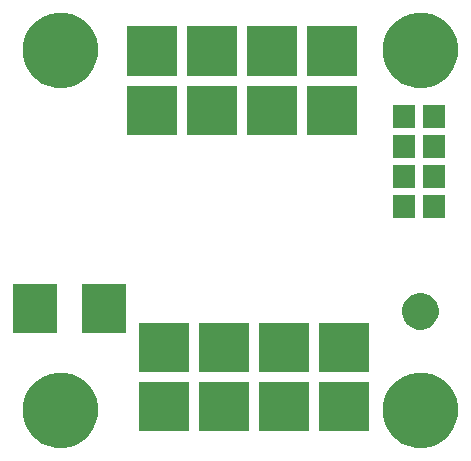
<source format=gbr>
G04 #@! TF.GenerationSoftware,KiCad,Pcbnew,(2017-02-05 revision 431abcf)-makepkg*
G04 #@! TF.CreationDate,2017-03-30T09:03:45+02:00*
G04 #@! TF.ProjectId,UNIPOWER06A,554E49504F5745523036412E6B696361,rev?*
G04 #@! TF.FileFunction,Soldermask,Top*
G04 #@! TF.FilePolarity,Negative*
%FSLAX46Y46*%
G04 Gerber Fmt 4.6, Leading zero omitted, Abs format (unit mm)*
G04 Created by KiCad (PCBNEW (2017-02-05 revision 431abcf)-makepkg) date 03/30/17 09:03:45*
%MOMM*%
%LPD*%
G01*
G04 APERTURE LIST*
%ADD10C,0.300000*%
G04 APERTURE END LIST*
D10*
G36*
X5416110Y8277872D02*
X6030848Y8151685D01*
X6609363Y7908500D01*
X7129631Y7557574D01*
X7571824Y7112283D01*
X7919105Y6589582D01*
X8158249Y6009378D01*
X8280004Y5394466D01*
X8280004Y5394449D01*
X8280137Y5393776D01*
X8270128Y4676993D01*
X8269977Y4676330D01*
X8269977Y4676306D01*
X8131099Y4065032D01*
X7875851Y3491739D01*
X7514107Y2978933D01*
X7059653Y2546162D01*
X6529787Y2209900D01*
X5944712Y1982964D01*
X5326688Y1873989D01*
X4699273Y1887132D01*
X4086359Y2021890D01*
X3511293Y2273129D01*
X2995980Y2631282D01*
X2560044Y3082706D01*
X2220093Y3610208D01*
X1989075Y4193693D01*
X1875790Y4810936D01*
X1884551Y5438424D01*
X2015027Y6052266D01*
X2262248Y6629075D01*
X2616795Y7146877D01*
X3065163Y7585952D01*
X3590276Y7929576D01*
X4172132Y8164661D01*
X4788571Y8282254D01*
X5416110Y8277872D01*
X5416110Y8277872D01*
G37*
G36*
X35896110Y8277872D02*
X36510848Y8151685D01*
X37089363Y7908500D01*
X37609631Y7557574D01*
X38051824Y7112283D01*
X38399105Y6589582D01*
X38638249Y6009378D01*
X38760004Y5394466D01*
X38760004Y5394449D01*
X38760137Y5393776D01*
X38750128Y4676993D01*
X38749977Y4676330D01*
X38749977Y4676306D01*
X38611099Y4065032D01*
X38355851Y3491739D01*
X37994107Y2978933D01*
X37539653Y2546162D01*
X37009787Y2209900D01*
X36424712Y1982964D01*
X35806688Y1873989D01*
X35179273Y1887132D01*
X34566359Y2021890D01*
X33991293Y2273129D01*
X33475980Y2631282D01*
X33040044Y3082706D01*
X32700093Y3610208D01*
X32469075Y4193693D01*
X32355790Y4810936D01*
X32364551Y5438424D01*
X32495027Y6052266D01*
X32742248Y6629075D01*
X33096795Y7146877D01*
X33545163Y7585952D01*
X34070276Y7929576D01*
X34652132Y8164661D01*
X35268571Y8282254D01*
X35896110Y8277872D01*
X35896110Y8277872D01*
G37*
G36*
X31188000Y3309000D02*
X26978000Y3309000D01*
X26978000Y7519000D01*
X31188000Y7519000D01*
X31188000Y3309000D01*
X31188000Y3309000D01*
G37*
G36*
X26108000Y3309000D02*
X21898000Y3309000D01*
X21898000Y7519000D01*
X26108000Y7519000D01*
X26108000Y3309000D01*
X26108000Y3309000D01*
G37*
G36*
X21028000Y3309000D02*
X16818000Y3309000D01*
X16818000Y7519000D01*
X21028000Y7519000D01*
X21028000Y3309000D01*
X21028000Y3309000D01*
G37*
G36*
X15948000Y3309000D02*
X11738000Y3309000D01*
X11738000Y7519000D01*
X15948000Y7519000D01*
X15948000Y3309000D01*
X15948000Y3309000D01*
G37*
G36*
X21028000Y8309000D02*
X16818000Y8309000D01*
X16818000Y12519000D01*
X21028000Y12519000D01*
X21028000Y8309000D01*
X21028000Y8309000D01*
G37*
G36*
X15948000Y8309000D02*
X11738000Y8309000D01*
X11738000Y12519000D01*
X15948000Y12519000D01*
X15948000Y8309000D01*
X15948000Y8309000D01*
G37*
G36*
X26108000Y8309000D02*
X21898000Y8309000D01*
X21898000Y12519000D01*
X26108000Y12519000D01*
X26108000Y8309000D01*
X26108000Y8309000D01*
G37*
G36*
X31188000Y8309000D02*
X26978000Y8309000D01*
X26978000Y12519000D01*
X31188000Y12519000D01*
X31188000Y8309000D01*
X31188000Y8309000D01*
G37*
G36*
X4797000Y11611000D02*
X1067000Y11611000D01*
X1067000Y15821000D01*
X4797000Y15821000D01*
X4797000Y11611000D01*
X4797000Y11611000D01*
G37*
G36*
X10617000Y11611000D02*
X6887000Y11611000D01*
X6887000Y15821000D01*
X10617000Y15821000D01*
X10617000Y11611000D01*
X10617000Y11611000D01*
G37*
G36*
X35722804Y15010971D02*
X36020569Y14949849D01*
X36300786Y14832057D01*
X36552793Y14662077D01*
X36766980Y14446389D01*
X36935193Y14193206D01*
X37051030Y13912165D01*
X37109934Y13614678D01*
X37109934Y13614658D01*
X37110067Y13613985D01*
X37105219Y13266793D01*
X37105067Y13266125D01*
X37105067Y13266107D01*
X37037878Y12970375D01*
X36914241Y12692680D01*
X36739025Y12444296D01*
X36518897Y12234671D01*
X36262240Y12071792D01*
X35978848Y11961871D01*
X35679489Y11909085D01*
X35375585Y11915452D01*
X35078704Y11980726D01*
X34800159Y12102418D01*
X34550550Y12275902D01*
X34339395Y12494559D01*
X34174731Y12750068D01*
X34062829Y13032697D01*
X34007958Y13331671D01*
X34012202Y13635611D01*
X34075402Y13932946D01*
X34195147Y14212332D01*
X34366884Y14463146D01*
X34584059Y14675820D01*
X34838417Y14842267D01*
X35120249Y14956135D01*
X35418839Y15013094D01*
X35722804Y15010971D01*
X35722804Y15010971D01*
G37*
G36*
X37665000Y21390000D02*
X35741000Y21390000D01*
X35741000Y23314000D01*
X37665000Y23314000D01*
X37665000Y21390000D01*
X37665000Y21390000D01*
G37*
G36*
X35125000Y21390000D02*
X33201000Y21390000D01*
X33201000Y23314000D01*
X35125000Y23314000D01*
X35125000Y21390000D01*
X35125000Y21390000D01*
G37*
G36*
X35125000Y23930000D02*
X33201000Y23930000D01*
X33201000Y25854000D01*
X35125000Y25854000D01*
X35125000Y23930000D01*
X35125000Y23930000D01*
G37*
G36*
X37665000Y23930000D02*
X35741000Y23930000D01*
X35741000Y25854000D01*
X37665000Y25854000D01*
X37665000Y23930000D01*
X37665000Y23930000D01*
G37*
G36*
X37665000Y26470000D02*
X35741000Y26470000D01*
X35741000Y28394000D01*
X37665000Y28394000D01*
X37665000Y26470000D01*
X37665000Y26470000D01*
G37*
G36*
X35125000Y26470000D02*
X33201000Y26470000D01*
X33201000Y28394000D01*
X35125000Y28394000D01*
X35125000Y26470000D01*
X35125000Y26470000D01*
G37*
G36*
X20012000Y28375000D02*
X15802000Y28375000D01*
X15802000Y32585000D01*
X20012000Y32585000D01*
X20012000Y28375000D01*
X20012000Y28375000D01*
G37*
G36*
X25092000Y28375000D02*
X20882000Y28375000D01*
X20882000Y32585000D01*
X25092000Y32585000D01*
X25092000Y28375000D01*
X25092000Y28375000D01*
G37*
G36*
X14932000Y28375000D02*
X10722000Y28375000D01*
X10722000Y32585000D01*
X14932000Y32585000D01*
X14932000Y28375000D01*
X14932000Y28375000D01*
G37*
G36*
X30172000Y28375000D02*
X25962000Y28375000D01*
X25962000Y32585000D01*
X30172000Y32585000D01*
X30172000Y28375000D01*
X30172000Y28375000D01*
G37*
G36*
X37665000Y29010000D02*
X35741000Y29010000D01*
X35741000Y30934000D01*
X37665000Y30934000D01*
X37665000Y29010000D01*
X37665000Y29010000D01*
G37*
G36*
X35125000Y29010000D02*
X33201000Y29010000D01*
X33201000Y30934000D01*
X35125000Y30934000D01*
X35125000Y29010000D01*
X35125000Y29010000D01*
G37*
G36*
X35896110Y38757872D02*
X36510848Y38631685D01*
X37089363Y38388500D01*
X37609631Y38037574D01*
X38051824Y37592283D01*
X38399105Y37069582D01*
X38638249Y36489378D01*
X38760004Y35874466D01*
X38760004Y35874449D01*
X38760137Y35873776D01*
X38750128Y35156993D01*
X38749977Y35156330D01*
X38749977Y35156306D01*
X38611099Y34545032D01*
X38355851Y33971739D01*
X37994107Y33458933D01*
X37539653Y33026162D01*
X37009787Y32689900D01*
X36424712Y32462964D01*
X35806688Y32353989D01*
X35179273Y32367132D01*
X34566359Y32501890D01*
X33991293Y32753129D01*
X33475980Y33111282D01*
X33040044Y33562706D01*
X32700093Y34090208D01*
X32469075Y34673693D01*
X32355790Y35290936D01*
X32364551Y35918424D01*
X32495027Y36532266D01*
X32742248Y37109075D01*
X33096795Y37626877D01*
X33545163Y38065952D01*
X34070276Y38409576D01*
X34652132Y38644661D01*
X35268571Y38762254D01*
X35896110Y38757872D01*
X35896110Y38757872D01*
G37*
G36*
X5416110Y38757872D02*
X6030848Y38631685D01*
X6609363Y38388500D01*
X7129631Y38037574D01*
X7571824Y37592283D01*
X7919105Y37069582D01*
X8158249Y36489378D01*
X8280004Y35874466D01*
X8280004Y35874449D01*
X8280137Y35873776D01*
X8270128Y35156993D01*
X8269977Y35156330D01*
X8269977Y35156306D01*
X8131099Y34545032D01*
X7875851Y33971739D01*
X7514107Y33458933D01*
X7059653Y33026162D01*
X6529787Y32689900D01*
X5944712Y32462964D01*
X5326688Y32353989D01*
X4699273Y32367132D01*
X4086359Y32501890D01*
X3511293Y32753129D01*
X2995980Y33111282D01*
X2560044Y33562706D01*
X2220093Y34090208D01*
X1989075Y34673693D01*
X1875790Y35290936D01*
X1884551Y35918424D01*
X2015027Y36532266D01*
X2262248Y37109075D01*
X2616795Y37626877D01*
X3065163Y38065952D01*
X3590276Y38409576D01*
X4172132Y38644661D01*
X4788571Y38762254D01*
X5416110Y38757872D01*
X5416110Y38757872D01*
G37*
G36*
X14932000Y33375000D02*
X10722000Y33375000D01*
X10722000Y37585000D01*
X14932000Y37585000D01*
X14932000Y33375000D01*
X14932000Y33375000D01*
G37*
G36*
X20012000Y33375000D02*
X15802000Y33375000D01*
X15802000Y37585000D01*
X20012000Y37585000D01*
X20012000Y33375000D01*
X20012000Y33375000D01*
G37*
G36*
X25092000Y33375000D02*
X20882000Y33375000D01*
X20882000Y37585000D01*
X25092000Y37585000D01*
X25092000Y33375000D01*
X25092000Y33375000D01*
G37*
G36*
X30172000Y33375000D02*
X25962000Y33375000D01*
X25962000Y37585000D01*
X30172000Y37585000D01*
X30172000Y33375000D01*
X30172000Y33375000D01*
G37*
M02*

</source>
